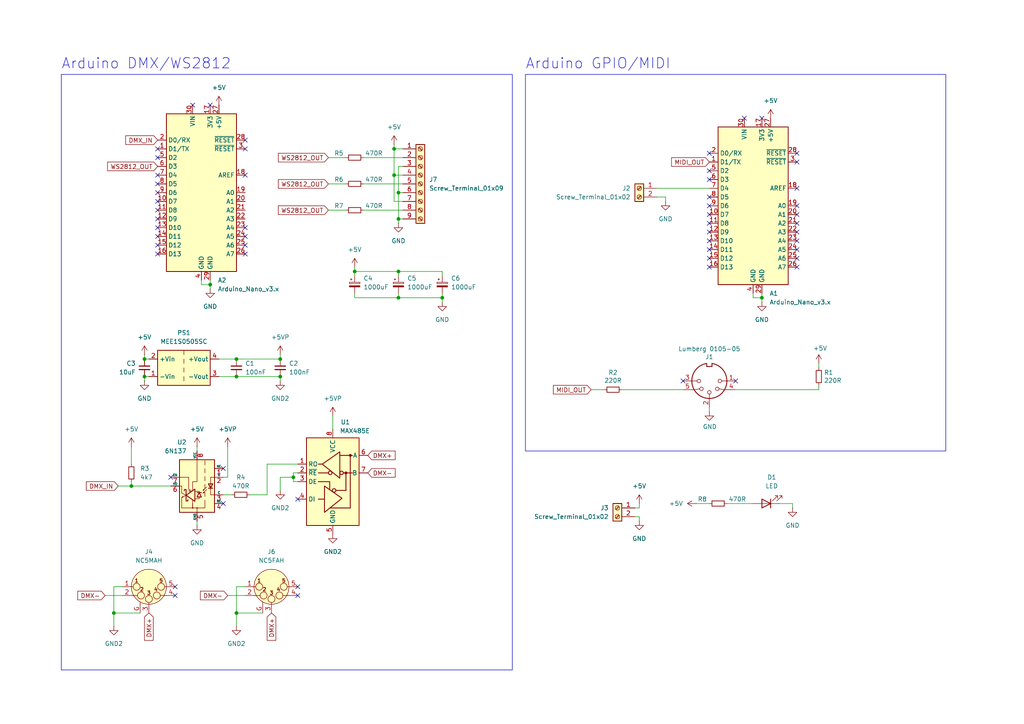
<source format=kicad_sch>
(kicad_sch (version 20231120) (generator "eeschema") (generator_version "8.0")
  (paper "A4")
  (title_block (title "Lawrence Button Two Control Board") (date "2024-07-07") (rev "A1") (company "Max Hunter"))
  (lib_symbols
    (symbol "Connector:DIN-5_180degree" (pin_names (offset 1.016))
      (property "Reference" "J" (at 3.175 5.715 0))
      (property "Value" "DIN-5_180degree" (at 0 -6.35 0))
      (symbol "DIN-5_180degree_0_1"
        (arc (start -5.08 0) (mid -3.8609 -3.3364) (end -0.762 -5.08) (stroke (width 0.254)))
        (circle (center -3.048 0) (radius 0.508))
        (circle (center -2.286 2.286) (radius 0.508))
        (polyline (pts (xy -5.08 0) (xy -3.556 0)))
        (polyline (pts (xy 0 5.08) (xy 0 3.81)))
        (polyline (pts (xy 5.08 0) (xy 3.556 0)))
        (polyline (pts (xy -5.08 2.54) (xy -4.318 2.54) (xy -2.794 2.286)))
        (polyline (pts (xy 5.08 2.54) (xy 4.318 2.54) (xy 2.794 2.286)))
        (polyline (pts (xy -0.762 -4.953) (xy -0.762 -4.191) (xy 0.762 -4.191) (xy 0.762 -4.953)) (stroke (width 0.254)))
        (circle (center 0 3.302) (radius 0.508))
        (arc (start 0.762 -5.08) (mid 3.8685 -3.343) (end 5.08 0) (stroke (width 0.254)))
        (circle (center 2.286 2.286) (radius 0.508))
        (circle (center 3.048 0) (radius 0.508))
        (arc (start 5.08 0) (mid 0 5.0579) (end -5.08 0) (stroke (width 0.254)))
      )
      (symbol "DIN-5_180degree_1_1"
        (pin passive line (at -7.62 0 0) (length 2.54) (name "~") (number "1"))
        (pin passive line (at 0 7.62 270) (length 2.54) (name "~") (number "2"))
        (pin passive line (at 7.62 0 180) (length 2.54) (name "~") (number "3"))
        (pin passive line (at -7.62 2.54 0) (length 2.54) (name "~") (number "4"))
        (pin passive line (at 7.62 2.54 180) (length 2.54) (name "~") (number "5"))
      )
    )
    (symbol "Connector:Screw_Terminal_01x02" (pin_names (offset 1.016) hide)
      (property "Reference" "J" (at 0 2.54 0))
      (property "Value" "Screw_Terminal_01x02" (at 0 -5.08 0))
      (symbol "Screw_Terminal_01x02_1_1"
        (rectangle (start -1.27 1.27) (end 1.27 -3.81) (stroke (width 0.254)) (fill (type background)))
        (circle (center 0 -2.54) (radius 0.635) (stroke (width 0.1524)))
        (polyline (pts (xy -0.5334 -2.2098) (xy 0.3302 -3.048)) (stroke (width 0.1524)))
        (polyline (pts (xy -0.5334 0.3302) (xy 0.3302 -0.508)) (stroke (width 0.1524)))
        (polyline (pts (xy -0.3556 -2.032) (xy 0.508 -2.8702)) (stroke (width 0.1524)))
        (polyline (pts (xy -0.3556 0.508) (xy 0.508 -0.3302)) (stroke (width 0.1524)))
        (circle (center 0 0) (radius 0.635) (stroke (width 0.1524)))
        (pin passive line (at -5.08 0 0) (length 3.81) (name "Pin_1") (number "1"))
        (pin passive line (at -5.08 -2.54 0) (length 3.81) (name "Pin_2") (number "2"))
      )
    )
    (symbol "Connector:Screw_Terminal_01x09" (pin_names (offset 1.016) hide)
      (property "Reference" "J" (at 0 12.7 0))
      (property "Value" "Screw_Terminal_01x09" (at 0 -12.7 0))
      (symbol "Screw_Terminal_01x09_1_1"
        (rectangle (start -1.27 11.43) (end 1.27 -11.43) (stroke (width 0.254)) (fill (type background)))
        (circle (center 0 -10.16) (radius 0.635) (stroke (width 0.1524)))
        (circle (center 0 -7.62) (radius 0.635) (stroke (width 0.1524)))
        (circle (center 0 -5.08) (radius 0.635) (stroke (width 0.1524)))
        (circle (center 0 -2.54) (radius 0.635) (stroke (width 0.1524)))
        (polyline (pts (xy -0.5334 -9.8298) (xy 0.3302 -10.668)) (stroke (width 0.1524)))
        (polyline (pts (xy -0.5334 -7.2898) (xy 0.3302 -8.128)) (stroke (width 0.1524)))
        (polyline (pts (xy -0.5334 -4.7498) (xy 0.3302 -5.588)) (stroke (width 0.1524)))
        (polyline (pts (xy -0.5334 -2.2098) (xy 0.3302 -3.048)) (stroke (width 0.1524)))
        (polyline (pts (xy -0.5334 0.3302) (xy 0.3302 -0.508)) (stroke (width 0.1524)))
        (polyline (pts (xy -0.5334 2.8702) (xy 0.3302 2.032)) (stroke (width 0.1524)))
        (polyline (pts (xy -0.5334 5.4102) (xy 0.3302 4.572)) (stroke (width 0.1524)))
        (polyline (pts (xy -0.5334 7.9502) (xy 0.3302 7.112)) (stroke (width 0.1524)))
        (polyline (pts (xy -0.5334 10.4902) (xy 0.3302 9.652)) (stroke (width 0.1524)))
        (polyline (pts (xy -0.3556 -9.652) (xy 0.508 -10.4902)) (stroke (width 0.1524)))
        (polyline (pts (xy -0.3556 -7.112) (xy 0.508 -7.9502)) (stroke (width 0.1524)))
        (polyline (pts (xy -0.3556 -4.572) (xy 0.508 -5.4102)) (stroke (width 0.1524)))
        (polyline (pts (xy -0.3556 -2.032) (xy 0.508 -2.8702)) (stroke (width 0.1524)))
        (polyline (pts (xy -0.3556 0.508) (xy 0.508 -0.3302)) (stroke (width 0.1524)))
        (polyline (pts (xy -0.3556 3.048) (xy 0.508 2.2098)) (stroke (width 0.1524)))
        (polyline (pts (xy -0.3556 5.588) (xy 0.508 4.7498)) (stroke (width 0.1524)))
        (polyline (pts (xy -0.3556 8.128) (xy 0.508 7.2898)) (stroke (width 0.1524)))
        (polyline (pts (xy -0.3556 10.668) (xy 0.508 9.8298)) (stroke (width 0.1524)))
        (circle (center 0 0) (radius 0.635) (stroke (width 0.1524)))
        (circle (center 0 2.54) (radius 0.635) (stroke (width 0.1524)))
        (circle (center 0 5.08) (radius 0.635) (stroke (width 0.1524)))
        (circle (center 0 7.62) (radius 0.635) (stroke (width 0.1524)))
        (circle (center 0 10.16) (radius 0.635) (stroke (width 0.1524)))
        (pin passive line (at -5.08 10.16 0) (length 3.81) (name "Pin_1") (number "1"))
        (pin passive line (at -5.08 7.62 0) (length 3.81) (name "Pin_2") (number "2"))
        (pin passive line (at -5.08 5.08 0) (length 3.81) (name "Pin_3") (number "3"))
        (pin passive line (at -5.08 2.54 0) (length 3.81) (name "Pin_4") (number "4"))
        (pin passive line (at -5.08 0 0) (length 3.81) (name "Pin_5") (number "5"))
        (pin passive line (at -5.08 -2.54 0) (length 3.81) (name "Pin_6") (number "6"))
        (pin passive line (at -5.08 -5.08 0) (length 3.81) (name "Pin_7") (number "7"))
        (pin passive line (at -5.08 -7.62 0) (length 3.81) (name "Pin_8") (number "8"))
        (pin passive line (at -5.08 -10.16 0) (length 3.81) (name "Pin_9") (number "9"))
      )
    )
    (symbol "Connector_Audio:NC5FAH" (pin_names hide)
      (property "Reference" "J" (at 0 8.89 0))
      (property "Value" "NC5FAH" (at 0 6.35 0))
      (symbol "NC5FAH_0_1"
        (circle (center -3.556 0) (radius 1.016))
        (circle (center -2.286 -2.54) (radius 1.016))
        (circle (center 0 -3.556) (radius 1.016))
        (polyline (pts (xy -5.08 -2.54) (xy -4.445 -2.54)))
        (polyline (pts (xy -5.08 0) (xy -4.572 0)))
        (polyline (pts (xy -4.572 -2.54) (xy -3.302 -2.54)))
        (polyline (pts (xy -2.54 -5.08) (xy -2.54 -4.445)))
        (polyline (pts (xy 0 -5.08) (xy 0 -4.572)))
        (polyline (pts (xy 4.572 -2.54) (xy 3.302 -2.54)))
        (polyline (pts (xy 5.08 -2.54) (xy 4.445 -2.54)))
        (polyline (pts (xy 5.08 0) (xy 4.572 0)))
        (circle (center 0 0) (radius 5.08) (fill (type background)))
        (circle (center 2.286 -2.54) (radius 1.016))
        (circle (center 3.556 0) (radius 1.016))
        (text "1" (at -3.556 1.778 0) (effects (font (size 1.016 1.016) (bold yes))))
        (text "2" (at -2.032 -0.762 0) (effects (font (size 1.016 1.016) (bold yes))))
        (text "3" (at 0 -1.778 0) (effects (font (size 1.016 1.016) (bold yes))))
        (text "4" (at 2.032 -0.762 0) (effects (font (size 1.016 1.016) (bold yes))))
        (text "5" (at 3.556 1.778 0) (effects (font (size 1.016 1.016) (bold yes))))
      )
      (symbol "NC5FAH_1_1"
        (pin passive line (at -7.62 0 0) (length 2.54) (name "P1") (number "1"))
        (pin passive line (at -7.62 -2.54 0) (length 2.54) (name "P2") (number "2"))
        (pin passive line (at 0 -7.62 90) (length 2.54) (name "P3") (number "3"))
        (pin passive line (at 7.62 -2.54 180) (length 2.54) (name "P3") (number "4"))
        (pin passive line (at 7.62 0 180) (length 2.54) (name "P5") (number "5"))
        (pin passive line (at -2.54 -7.62 90) (length 2.54) (name "~") (number "G"))
      )
    )
    (symbol "Connector_Audio:NC5MAH" (pin_names hide)
      (property "Reference" "J" (at 0 8.89 0))
      (property "Value" "NC5MAH" (at 0 6.35 0))
      (symbol "NC5MAH_0_1"
        (circle (center -3.556 0) (radius 1.016))
        (circle (center -2.286 -2.54) (radius 1.016))
        (circle (center 0 -3.556) (radius 1.016))
        (polyline (pts (xy -5.08 -2.54) (xy -4.445 -2.54)))
        (polyline (pts (xy -5.08 0) (xy -4.572 0)))
        (polyline (pts (xy -4.572 -2.54) (xy -3.302 -2.54)))
        (polyline (pts (xy -2.54 -5.08) (xy -2.54 -4.445)))
        (polyline (pts (xy 0 -5.08) (xy 0 -4.572)))
        (polyline (pts (xy 4.572 -2.54) (xy 3.302 -2.54)))
        (polyline (pts (xy 5.08 -2.54) (xy 4.445 -2.54)))
        (polyline (pts (xy 5.08 0) (xy 4.572 0)))
        (circle (center 0 0) (radius 5.08) (fill (type background)))
        (circle (center 2.286 -2.54) (radius 1.016))
        (circle (center 3.556 0) (radius 1.016))
        (text "1" (at -3.556 1.778 0) (effects (font (size 1.016 1.016) (bold yes))))
        (text "2" (at -2.032 -0.762 0) (effects (font (size 1.016 1.016) (bold yes))))
        (text "3" (at 0 -1.778 0) (effects (font (size 1.016 1.016) (bold yes))))
        (text "4" (at 2.032 -0.762 0) (effects (font (size 1.016 1.016) (bold yes))))
        (text "5" (at 3.556 1.778 0) (effects (font (size 1.016 1.016) (bold yes))))
      )
      (symbol "NC5MAH_1_1"
        (pin passive line (at -7.62 0 0) (length 2.54) (name "P1") (number "1"))
        (pin passive line (at -7.62 -2.54 0) (length 2.54) (name "P2") (number "2"))
        (pin passive line (at 0 -7.62 90) (length 2.54) (name "P3") (number "3"))
        (pin passive line (at 7.62 -2.54 180) (length 2.54) (name "P3") (number "4"))
        (pin passive line (at 7.62 0 180) (length 2.54) (name "P5") (number "5"))
        (pin passive line (at -2.54 -7.62 90) (length 2.54) (name "~") (number "G"))
      )
    )
    (symbol "Converter_DCDC:MEE1S0505SC"
      (property "Reference" "PS" (at -7.62 6.35 0))
      (property "Value" "MEE1S0505SC" (at 1.27 6.35 0))
      (symbol "MEE1S0505SC_0_0"
        (pin power_in line (at -10.16 -2.54 0) (length 2.54) (name "-Vin") (number "1"))
        (pin power_in line (at -10.16 2.54 0) (length 2.54) (name "+Vin") (number "2"))
        (pin power_out line (at 10.16 -2.54 180) (length 2.54) (name "-Vout") (number "3"))
        (pin power_out line (at 10.16 2.54 180) (length 2.54) (name "+Vout") (number "4"))
      )
      (symbol "MEE1S0505SC_0_1"
        (rectangle (start -7.62 5.08) (end 7.62 -5.08) (stroke (width 0.254)) (fill (type background)))
        (polyline (pts (xy 0 -2.54) (xy 0 -3.81)))
        (polyline (pts (xy 0 0) (xy 0 -1.27)))
        (polyline (pts (xy 0 2.54) (xy 0 1.27)))
        (polyline (pts (xy 0 5.08) (xy 0 3.81)))
      )
    )
    (symbol "Device:C_Polarized_Small" (pin_numbers hide) (pin_names (offset 0.254) hide)
      (property "Reference" "C" (at 0.254 1.778 0))
      (property "Value" "C_Polarized_Small" (at 0.254 -2.032 0))
      (symbol "C_Polarized_Small_0_1"
        (rectangle (start -1.524 -0.3048) (end 1.524 -0.6858) (fill (type outline)))
        (rectangle (start -1.524 0.6858) (end 1.524 0.3048))
        (polyline (pts (xy -1.27 1.524) (xy -0.762 1.524)))
        (polyline (pts (xy -1.016 1.27) (xy -1.016 1.778)))
      )
      (symbol "C_Polarized_Small_1_1"
        (pin passive line (at 0 2.54 270) (length 1.8542) (name "~") (number "1"))
        (pin passive line (at 0 -2.54 90) (length 1.8542) (name "~") (number "2"))
      )
    )
    (symbol "Device:C_Small" (pin_numbers hide) (pin_names (offset 0.254) hide)
      (property "Reference" "C" (at 0.254 1.778 0))
      (property "Value" "C_Small" (at 0.254 -2.032 0))
      (symbol "C_Small_0_1"
        (polyline (pts (xy -1.524 -0.508) (xy 1.524 -0.508)) (stroke (width 0.3302)))
        (polyline (pts (xy -1.524 0.508) (xy 1.524 0.508)) (stroke (width 0.3048)))
      )
      (symbol "C_Small_1_1"
        (pin passive line (at 0 2.54 270) (length 2.032) (name "~") (number "1"))
        (pin passive line (at 0 -2.54 90) (length 2.032) (name "~") (number "2"))
      )
    )
    (symbol "Device:LED" (pin_numbers hide) (pin_names (offset 1.016) hide)
      (property "Reference" "D" (at 0 2.54 0))
      (property "Value" "LED" (at 0 -2.54 0))
      (symbol "LED_0_1"
        (polyline (pts (xy -1.27 -1.27) (xy -1.27 1.27)) (stroke (width 0.254)))
        (polyline (pts (xy -1.27 0) (xy 1.27 0)))
        (polyline (pts (xy 1.27 -1.27) (xy 1.27 1.27) (xy -1.27 0) (xy 1.27 -1.27)) (stroke (width 0.254)))
        (polyline (pts (xy -3.048 -0.762) (xy -4.572 -2.286) (xy -3.81 -2.286) (xy -4.572 -2.286) (xy -4.572 -1.524)))
        (polyline (pts (xy -1.778 -0.762) (xy -3.302 -2.286) (xy -2.54 -2.286) (xy -3.302 -2.286) (xy -3.302 -1.524)))
      )
      (symbol "LED_1_1"
        (pin passive line (at -3.81 0 0) (length 2.54) (name "K") (number "1"))
        (pin passive line (at 3.81 0 180) (length 2.54) (name "A") (number "2"))
      )
    )
    (symbol "Device:R_Small" (pin_numbers hide) (pin_names (offset 0.254) hide)
      (property "Reference" "R" (at 0.762 0.508 0))
      (property "Value" "R_Small" (at 0.762 -1.016 0))
      (symbol "R_Small_0_1"
        (rectangle (start -0.762 1.778) (end 0.762 -1.778) (stroke (width 0.2032)))
      )
      (symbol "R_Small_1_1"
        (pin passive line (at 0 2.54 270) (length 0.762) (name "~") (number "1"))
        (pin passive line (at 0 -2.54 90) (length 0.762) (name "~") (number "2"))
      )
    )
    (symbol "Interface_UART:MAX485E"
      (property "Reference" "U" (at -6.985 13.97 0))
      (property "Value" "MAX485E" (at 1.905 13.97 0))
      (symbol "MAX485E_0_1"
        (rectangle (start -7.62 12.7) (end 7.62 -12.7) (stroke (width 0.254)) (fill (type background)))
        (polyline (pts (xy -4.191 2.54) (xy -1.27 2.54)) (stroke (width 0.254)))
        (polyline (pts (xy -2.54 -5.08) (xy -4.191 -5.08)) (stroke (width 0.254)))
        (polyline (pts (xy -0.635 -7.62) (xy 5.08 -7.62)) (stroke (width 0.254)))
        (polyline (pts (xy 0.889 -2.54) (xy 3.81 -2.54)) (stroke (width 0.254)))
        (polyline (pts (xy 2.032 7.62) (xy 5.715 7.62)) (stroke (width 0.254)))
        (polyline (pts (xy 3.048 2.54) (xy 5.715 2.54)) (stroke (width 0.254)))
        (polyline (pts (xy 3.81 -2.54) (xy 3.81 2.54)) (stroke (width 0.254)))
        (polyline (pts (xy 5.08 -7.62) (xy 5.08 7.62)) (stroke (width 0.254)))
        (polyline (pts (xy -4.191 0) (xy -0.889 0) (xy -0.889 -2.286)) (stroke (width 0.254)))
        (polyline (pts (xy -3.175 5.08) (xy -4.191 5.08) (xy -4.064 5.08)) (stroke (width 0.254)))
        (polyline (pts (xy -2.413 -5.08) (xy -2.413 -1.27) (xy 2.667 -4.826) (xy -2.413 -8.89) (xy -2.413 -5.08)) (stroke (width 0.254)))
        (circle (center 0.381 -2.54) (radius 0.508) (stroke (width 0.254)))
        (circle (center 3.81 2.54) (radius 0.2794) (stroke (width 0.254)) (fill (type outline)))
      )
      (symbol "MAX485E_1_1"
        (circle (center -0.762 2.54) (radius 0.508) (stroke (width 0.254)))
        (polyline (pts (xy 2.032 4.826) (xy 2.032 8.636) (xy -3.048 5.08) (xy 2.032 1.016) (xy 2.032 4.826)) (stroke (width 0.254)))
        (circle (center 2.54 2.54) (radius 0.508) (stroke (width 0.254)))
        (circle (center 5.08 7.62) (radius 0.2794) (stroke (width 0.254)) (fill (type outline)))
        (pin output line (at -10.16 5.08 0) (length 2.54) (name "RO") (number "1"))
        (pin input line (at -10.16 2.54 0) (length 2.54) (name "~{RE}") (number "2"))
        (pin input line (at -10.16 0 0) (length 2.54) (name "DE") (number "3"))
        (pin input line (at -10.16 -5.08 0) (length 2.54) (name "DI") (number "4"))
        (pin power_in line (at 0 -15.24 90) (length 2.54) (name "GND") (number "5"))
        (pin bidirectional line (at 10.16 7.62 180) (length 2.54) (name "A") (number "6"))
        (pin bidirectional line (at 10.16 2.54 180) (length 2.54) (name "B") (number "7"))
        (pin power_in line (at 0 15.24 270) (length 2.54) (name "VCC") (number "8"))
      )
    )
    (symbol "Isolator:6N137" (pin_names (offset 0))
      (property "Reference" "U" (at -4.064 8.89 0))
      (property "Value" "6N137" (at 0 -8.89 0))
      (symbol "6N137_0_1"
        (polyline (pts (xy 0 -6.35) (xy -2.286 -6.35) (xy -2.286 -4.064)))
        (polyline (pts (xy -5.08 -2.54) (xy -3.937 -2.54) (xy -3.937 2.54) (xy -5.08 2.54)))
        (polyline (pts (xy 1.27 -5.08) (xy 1.27 -6.35) (xy 0 -6.35) (xy 0 -7.62)))
        (polyline (pts (xy 3.175 -2.667) (xy 0.635 -4.445) (xy 0.635 -0.889) (xy 3.175 -2.667)) (stroke (width 0.254)))
        (polyline (pts (xy -2.794 -1.016) (xy -1.717 -2.093) (xy -2.076 -1.914) (xy -1.896 -1.734) (xy -1.717 -2.093)))
        (polyline (pts (xy -2.794 -0.254) (xy -1.717 -1.331) (xy -2.076 -1.152) (xy -1.896 -0.972) (xy -1.717 -1.331)))
      )
      (symbol "6N137_1_1"
        (rectangle (start -5.08 7.62) (end 5.08 -7.62) (stroke (width 0.254)) (fill (type background)))
        (circle (center 0 -6.35) (radius 0.127) (fill (type outline)))
        (polyline (pts (xy -4.572 -0.635) (xy -3.302 -0.635)) (stroke (width 0.254)))
        (polyline (pts (xy -2.286 -1.778) (xy -2.286 -3.048)))
        (polyline (pts (xy -2.286 0.508) (xy -2.286 -0.762)))
        (polyline (pts (xy -2.286 2.794) (xy -2.286 1.524)))
        (polyline (pts (xy -2.286 5.08) (xy -2.286 3.81)))
        (polyline (pts (xy -2.286 7.366) (xy -2.286 6.096)))
        (polyline (pts (xy -1.27 -1.905) (xy 0 -1.905)) (stroke (width 0.254)))
        (polyline (pts (xy -0.635 -3.302) (xy -0.635 -3.683) (xy 0.635 -3.683)))
        (polyline (pts (xy -0.635 -1.905) (xy -0.635 -1.524) (xy 0.508 -1.524)))
        (polyline (pts (xy 1.27 -4.064) (xy 1.27 -6.35) (xy 4.445 -6.35)))
        (polyline (pts (xy 3.175 -2.667) (xy 4.445 -3.302) (xy 4.445 -6.35)))
        (polyline (pts (xy -3.937 -0.635) (xy -4.572 0.635) (xy -3.302 0.635) (xy -3.937 -0.635)) (stroke (width 0.254)))
        (polyline (pts (xy -0.635 -1.905) (xy -1.27 -3.175) (xy 0 -3.175) (xy -0.635 -1.905)) (stroke (width 0.254)))
        (polyline (pts (xy 1.27 -1.27) (xy 1.27 1.27) (xy 0 1.27) (xy 0 7.62)))
        (polyline (pts (xy 2.1844 -1.1684) (xy 2.413 -0.889) (xy 2.413 2.54) (xy 5.08 2.54)))
        (polyline (pts (xy 3.175 -2.667) (xy 3.175 -4.318) (xy 2.667 -4.318) (xy 2.667 -3.937)) (stroke (width 0.254)))
        (polyline (pts (xy 3.175 -2.667) (xy 3.175 -1.016) (xy 3.683 -1.016) (xy 3.683 -1.397)) (stroke (width 0.254)))
        (polyline (pts (xy 3.175 -2.667) (xy 4.445 -2.032) (xy 4.445 0) (xy 5.08 0)))
        (polyline (pts (xy 4.445 -3.302) (xy 4.161 -3.018) (xy 4.047 -3.246) (xy 4.445 -3.302)) (stroke (width 0.127)) (fill (type outline)))
        (circle (center 1.27 -6.35) (radius 0.127) (fill (type outline)))
        (circle (center 2.032 -1.397) (radius 0.254))
        (pin passive line (at -7.62 5.08 0) (length 2.54) (name "NC") (number "1"))
        (pin passive line (at -7.62 2.54 0) (length 2.54) (name "A") (number "2"))
        (pin passive line (at -7.62 -2.54 0) (length 2.54) (name "C") (number "3"))
        (pin passive line (at -7.62 -5.08 0) (length 2.54) (name "NC") (number "4"))
        (pin power_in line (at 0 -10.16 90) (length 2.54) (name "GND") (number "5"))
        (pin open_collector line (at 7.62 0 180) (length 2.54) (name "VO") (number "6"))
        (pin input line (at 7.62 2.54 180) (length 2.54) (name "EN") (number "7"))
        (pin power_in line (at 0 10.16 270) (length 2.54) (name "VCC") (number "8"))
      )
    )
    (symbol "MCU_Module:Arduino_Nano_v3.x"
      (property "Reference" "A" (at -10.16 23.495 0))
      (property "Value" "Arduino_Nano_v3.x" (at 5.08 -24.13 0))
      (symbol "Arduino_Nano_v3.x_0_1"
        (rectangle (start -10.16 22.86) (end 10.16 -22.86) (stroke (width 0.254)) (fill (type background)))
      )
      (symbol "Arduino_Nano_v3.x_1_1"
        (pin bidirectional line (at -12.7 12.7 0) (length 2.54) (name "D1/TX") (number "1"))
        (pin bidirectional line (at -12.7 -2.54 0) (length 2.54) (name "D7") (number "10"))
        (pin bidirectional line (at -12.7 -5.08 0) (length 2.54) (name "D8") (number "11"))
        (pin bidirectional line (at -12.7 -7.62 0) (length 2.54) (name "D9") (number "12"))
        (pin bidirectional line (at -12.7 -10.16 0) (length 2.54) (name "D10") (number "13"))
        (pin bidirectional line (at -12.7 -12.7 0) (length 2.54) (name "D11") (number "14"))
        (pin bidirectional line (at -12.7 -15.24 0) (length 2.54) (name "D12") (number "15"))
        (pin bidirectional line (at -12.7 -17.78 0) (length 2.54) (name "D13") (number "16"))
        (pin power_out line (at 2.54 25.4 270) (length 2.54) (name "3V3") (number "17"))
        (pin input line (at 12.7 5.08 180) (length 2.54) (name "AREF") (number "18"))
        (pin bidirectional line (at 12.7 0 180) (length 2.54) (name "A0") (number "19"))
        (pin bidirectional line (at -12.7 15.24 0) (length 2.54) (name "D0/RX") (number "2"))
        (pin bidirectional line (at 12.7 -2.54 180) (length 2.54) (name "A1") (number "20"))
        (pin bidirectional line (at 12.7 -5.08 180) (length 2.54) (name "A2") (number "21"))
        (pin bidirectional line (at 12.7 -7.62 180) (length 2.54) (name "A3") (number "22"))
        (pin bidirectional line (at 12.7 -10.16 180) (length 2.54) (name "A4") (number "23"))
        (pin bidirectional line (at 12.7 -12.7 180) (length 2.54) (name "A5") (number "24"))
        (pin bidirectional line (at 12.7 -15.24 180) (length 2.54) (name "A6") (number "25"))
        (pin bidirectional line (at 12.7 -17.78 180) (length 2.54) (name "A7") (number "26"))
        (pin power_out line (at 5.08 25.4 270) (length 2.54) (name "+5V") (number "27"))
        (pin input line (at 12.7 15.24 180) (length 2.54) (name "~{RESET}") (number "28"))
        (pin power_in line (at 2.54 -25.4 90) (length 2.54) (name "GND") (number "29"))
        (pin input line (at 12.7 12.7 180) (length 2.54) (name "~{RESET}") (number "3"))
        (pin power_in line (at -2.54 25.4 270) (length 2.54) (name "VIN") (number "30"))
        (pin power_in line (at 0 -25.4 90) (length 2.54) (name "GND") (number "4"))
        (pin bidirectional line (at -12.7 10.16 0) (length 2.54) (name "D2") (number "5"))
        (pin bidirectional line (at -12.7 7.62 0) (length 2.54) (name "D3") (number "6"))
        (pin bidirectional line (at -12.7 5.08 0) (length 2.54) (name "D4") (number "7"))
        (pin bidirectional line (at -12.7 2.54 0) (length 2.54) (name "D5") (number "8"))
        (pin bidirectional line (at -12.7 0 0) (length 2.54) (name "D6") (number "9"))
      )
    )
    (symbol "power:+5V" (power) (pin_numbers hide) (pin_names (offset 0) hide)
      (property "Value" "+5V" (at 0 3.556 0))
      (symbol "+5V_0_1"
        (polyline (pts (xy -0.762 1.27) (xy 0 2.54)))
        (polyline (pts (xy 0 0) (xy 0 2.54)))
        (polyline (pts (xy 0 2.54) (xy 0.762 1.27)))
      )
      (symbol "+5V_1_1"
        (pin power_in line (at 0 0 90) (length 0) (name "~") (number "1"))
      )
    )
    (symbol "power:+5VP" (power) (pin_numbers hide) (pin_names (offset 0) hide)
      (property "Value" "+5VP" (at 0 3.556 0))
      (symbol "+5VP_0_1"
        (polyline (pts (xy -0.762 1.27) (xy 0 2.54)))
        (polyline (pts (xy 0 0) (xy 0 2.54)))
        (polyline (pts (xy 0 2.54) (xy 0.762 1.27)))
      )
      (symbol "+5VP_1_1"
        (pin power_in line (at 0 0 90) (length 0) (name "~") (number "1"))
      )
    )
    (symbol "power:GND" (power) (pin_numbers hide) (pin_names (offset 0) hide)
      (property "Value" "GND" (at 0 -3.81 0))
      (symbol "GND_0_1"
        (polyline (pts (xy 0 0) (xy 0 -1.27) (xy 1.27 -1.27) (xy 0 -2.54) (xy -1.27 -1.27) (xy 0 -1.27)))
      )
      (symbol "GND_1_1"
        (pin power_in line (at 0 0 270) (length 0) (name "~") (number "1"))
      )
    )
    (symbol "power:GND2" (power) (pin_numbers hide) (pin_names (offset 0) hide)
      (property "Value" "GND2" (at 0 -3.81 0))
      (symbol "GND2_0_1"
        (polyline (pts (xy 0 0) (xy 0 -1.27) (xy 1.27 -1.27) (xy 0 -2.54) (xy -1.27 -1.27) (xy 0 -1.27)))
      )
      (symbol "GND2_1_1"
        (pin power_in line (at 0 0 270) (length 0) (name "~") (number "1"))
      )
    )
  )
  (junction (at 41.91 104.14))
  (junction (at 68.58 104.14))
  (junction (at 102.87 78.74))
  (junction (at 33.02 177.8))
  (junction (at 81.28 104.14))
  (junction (at 68.58 109.22))
  (junction (at 114.3 43.18))
  (junction (at 81.28 109.22))
  (junction (at 128.27 86.36))
  (junction (at 68.58 177.8))
  (junction (at 220.98 86.36))
  (junction (at 115.57 86.36))
  (junction (at 114.3 50.8))
  (junction (at 38.1 140.97))
  (junction (at 41.91 109.22))
  (junction (at 60.96 82.55))
  (junction (at 115.57 63.5))
  (junction (at 115.57 55.88))
  (junction (at 115.57 78.74))
  (junction (at 85.09 138.43))
  (no_connect (at 45.72 66.04))
  (no_connect (at 71.12 73.66))
  (no_connect (at 45.72 55.88))
  (no_connect (at 205.74 62.23))
  (no_connect (at 71.12 68.58))
  (no_connect (at 198.12 110.49))
  (no_connect (at 49.53 138.43))
  (no_connect (at 71.12 40.64))
  (no_connect (at 64.77 146.05))
  (no_connect (at 205.74 64.77))
  (no_connect (at 45.72 53.34))
  (no_connect (at 231.14 67.31))
  (no_connect (at 71.12 50.8))
  (no_connect (at 205.74 72.39))
  (no_connect (at 45.72 43.18))
  (no_connect (at 205.74 52.07))
  (no_connect (at 86.36 172.72))
  (no_connect (at 45.72 50.8))
  (no_connect (at 45.72 73.66))
  (no_connect (at 205.74 44.45))
  (no_connect (at 86.36 170.18))
  (no_connect (at 45.72 45.72))
  (no_connect (at 205.74 67.31))
  (no_connect (at 50.8 170.18))
  (no_connect (at 45.72 60.96))
  (no_connect (at 231.14 69.85))
  (no_connect (at 231.14 74.93))
  (no_connect (at 45.72 58.42))
  (no_connect (at 205.74 69.85))
  (no_connect (at 231.14 44.45))
  (no_connect (at 71.12 43.18))
  (no_connect (at 215.9 34.29))
  (no_connect (at 231.14 77.47))
  (no_connect (at 213.36 110.49))
  (no_connect (at 231.14 72.39))
  (no_connect (at 231.14 62.23))
  (no_connect (at 45.72 68.58))
  (no_connect (at 50.8 172.72))
  (no_connect (at 64.77 135.89))
  (no_connect (at 231.14 54.61))
  (no_connect (at 86.36 144.78))
  (no_connect (at 71.12 71.12))
  (no_connect (at 55.88 30.48))
  (no_connect (at 231.14 46.99))
  (no_connect (at 231.14 59.69))
  (no_connect (at 205.74 74.93))
  (no_connect (at 231.14 64.77))
  (no_connect (at 45.72 71.12))
  (no_connect (at 71.12 66.04))
  (no_connect (at 45.72 63.5))
  (no_connect (at 205.74 49.53))
  (no_connect (at 60.96 30.48))
  (no_connect (at 205.74 59.69))
  (no_connect (at 205.74 77.47))
  (no_connect (at 220.98 34.29))
  (no_connect (at 205.74 57.15))
  (wire (pts (xy 72.39 143.51) (xy 77.47 143.51)))
  (wire (pts (xy 95.25 60.96) (xy 100.33 60.96)))
  (wire (pts (xy 81.28 138.43) (xy 85.09 138.43)))
  (wire (pts (xy 205.74 118.11) (xy 205.74 119.38)))
  (wire (pts (xy 85.09 138.43) (xy 85.09 139.7)))
  (wire (pts (xy 213.36 113.03) (xy 237.49 113.03)))
  (wire (pts (xy 128.27 86.36) (xy 128.27 87.63)))
  (wire (pts (xy 57.15 151.13) (xy 57.15 152.4)))
  (wire (pts (xy 60.96 81.28) (xy 60.96 82.55)))
  (wire (pts (xy 30.48 172.72) (xy 35.56 172.72)))
  (wire (pts (xy 114.3 50.8) (xy 114.3 58.42)))
  (wire (pts (xy 115.57 86.36) (xy 128.27 86.36)))
  (wire (pts (xy 237.49 113.03) (xy 237.49 111.76)))
  (wire (pts (xy 81.28 104.14) (xy 81.28 102.87)))
  (wire (pts (xy 35.56 170.18) (xy 33.02 170.18)))
  (wire (pts (xy 201.93 146.05) (xy 205.74 146.05)))
  (wire (pts (xy 81.28 104.14) (xy 68.58 104.14)))
  (wire (pts (xy 38.1 140.97) (xy 49.53 140.97)))
  (wire (pts (xy 115.57 48.26) (xy 115.57 55.88)))
  (wire (pts (xy 220.98 86.36) (xy 218.44 86.36)))
  (wire (pts (xy 115.57 78.74) (xy 115.57 80.01)))
  (wire (pts (xy 81.28 110.49) (xy 81.28 109.22)))
  (wire (pts (xy 220.98 85.09) (xy 220.98 86.36)))
  (wire (pts (xy 116.84 50.8) (xy 114.3 50.8)))
  (wire (pts (xy 115.57 78.74) (xy 128.27 78.74)))
  (wire (pts (xy 102.87 78.74) (xy 102.87 80.01)))
  (wire (pts (xy 105.41 45.72) (xy 116.84 45.72)))
  (wire (pts (xy 105.41 53.34) (xy 116.84 53.34)))
  (wire (pts (xy 33.02 177.8) (xy 40.64 177.8)))
  (wire (pts (xy 63.5 104.14) (xy 68.58 104.14)))
  (wire (pts (xy 102.87 78.74) (xy 115.57 78.74)))
  (wire (pts (xy 171.45 113.03) (xy 175.26 113.03)))
  (wire (pts (xy 96.52 120.65) (xy 96.52 124.46)))
  (wire (pts (xy 64.77 138.43) (xy 66.04 138.43)))
  (wire (pts (xy 66.04 129.54) (xy 66.04 138.43)))
  (wire (pts (xy 43.18 104.14) (xy 41.91 104.14)))
  (wire (pts (xy 115.57 86.36) (xy 115.57 85.09)))
  (wire (pts (xy 116.84 43.18) (xy 114.3 43.18)))
  (wire (pts (xy 115.57 63.5) (xy 115.57 64.77)))
  (wire (pts (xy 95.25 45.72) (xy 100.33 45.72)))
  (wire (pts (xy 102.87 86.36) (xy 115.57 86.36)))
  (wire (pts (xy 95.25 53.34) (xy 100.33 53.34)))
  (wire (pts (xy 68.58 170.18) (xy 68.58 177.8)))
  (wire (pts (xy 58.42 82.55) (xy 58.42 81.28)))
  (wire (pts (xy 184.15 149.86) (xy 185.42 149.86)))
  (wire (pts (xy 66.04 172.72) (xy 71.12 172.72)))
  (wire (pts (xy 34.29 140.97) (xy 38.1 140.97)))
  (wire (pts (xy 102.87 77.47) (xy 102.87 78.74)))
  (wire (pts (xy 102.87 86.36) (xy 102.87 85.09)))
  (wire (pts (xy 190.5 54.61) (xy 205.74 54.61)))
  (wire (pts (xy 226.06 146.05) (xy 229.87 146.05)))
  (wire (pts (xy 64.77 143.51) (xy 67.31 143.51)))
  (wire (pts (xy 43.18 109.22) (xy 41.91 109.22)))
  (wire (pts (xy 115.57 55.88) (xy 115.57 63.5)))
  (wire (pts (xy 114.3 43.18) (xy 114.3 41.91)))
  (wire (pts (xy 85.09 139.7) (xy 86.36 139.7)))
  (wire (pts (xy 237.49 105.41) (xy 237.49 106.68)))
  (wire (pts (xy 38.1 139.7) (xy 38.1 140.97)))
  (wire (pts (xy 185.42 147.32) (xy 185.42 146.05)))
  (wire (pts (xy 116.84 55.88) (xy 115.57 55.88)))
  (wire (pts (xy 218.44 86.36) (xy 218.44 85.09)))
  (wire (pts (xy 193.04 57.15) (xy 193.04 58.42)))
  (wire (pts (xy 33.02 170.18) (xy 33.02 177.8)))
  (wire (pts (xy 128.27 86.36) (xy 128.27 85.09)))
  (wire (pts (xy 68.58 177.8) (xy 76.2 177.8)))
  (wire (pts (xy 68.58 170.18) (xy 71.12 170.18)))
  (wire (pts (xy 77.47 134.62) (xy 86.36 134.62)))
  (wire (pts (xy 105.41 60.96) (xy 116.84 60.96)))
  (wire (pts (xy 60.96 82.55) (xy 60.96 83.82)))
  (wire (pts (xy 116.84 63.5) (xy 115.57 63.5)))
  (wire (pts (xy 116.84 58.42) (xy 114.3 58.42)))
  (wire (pts (xy 128.27 78.74) (xy 128.27 80.01)))
  (wire (pts (xy 86.36 137.16) (xy 85.09 137.16)))
  (wire (pts (xy 81.28 142.24) (xy 81.28 138.43)))
  (wire (pts (xy 33.02 177.8) (xy 33.02 181.61)))
  (wire (pts (xy 114.3 50.8) (xy 114.3 43.18)))
  (wire (pts (xy 116.84 48.26) (xy 115.57 48.26)))
  (wire (pts (xy 185.42 149.86) (xy 185.42 151.13)))
  (wire (pts (xy 190.5 57.15) (xy 193.04 57.15)))
  (wire (pts (xy 63.5 109.22) (xy 68.58 109.22)))
  (wire (pts (xy 220.98 86.36) (xy 220.98 87.63)))
  (wire (pts (xy 180.34 113.03) (xy 198.12 113.03)))
  (wire (pts (xy 68.58 177.8) (xy 68.58 181.61)))
  (wire (pts (xy 57.15 130.81) (xy 57.15 129.54)))
  (wire (pts (xy 41.91 104.14) (xy 41.91 102.87)))
  (wire (pts (xy 184.15 147.32) (xy 185.42 147.32)))
  (wire (pts (xy 229.87 146.05) (xy 229.87 147.32)))
  (wire (pts (xy 81.28 109.22) (xy 68.58 109.22)))
  (wire (pts (xy 85.09 137.16) (xy 85.09 138.43)))
  (wire (pts (xy 210.82 146.05) (xy 218.44 146.05)))
  (wire (pts (xy 38.1 129.54) (xy 38.1 134.62)))
  (wire (pts (xy 77.47 143.51) (xy 77.47 134.62)))
  (wire (pts (xy 60.96 82.55) (xy 58.42 82.55)))
  (wire (pts (xy 41.91 109.22) (xy 41.91 110.49)))
  (rectangle (start 152.4 21.59) (end 274.32 130.81))
  (rectangle (start 17.78 21.59) (end 148.59 194.31))
  (text "Arduino GPIO/MIDI" (at 152.4 20.32 0) (effects (font (size 2.9972 2.9972)) (justify left bottom)))
  (text "Arduino DMX/WS2812" (at 17.78 20.32 0) (effects (font (size 2.9972 2.9972)) (justify left bottom)))
  (global_label "WS2812_OUT" (shape input) (at 95.25 45.72 180) (property "Intersheetrefs" "${INTERSHEET_REFS}" (effects (hide yes))))
  (global_label "DMX-" (shape input) (at 106.68 137.16 0) (property "Intersheetrefs" "${INTERSHEET_REFS}" (effects (hide yes))))
  (global_label "DMX_IN" (shape input) (at 45.72 40.64 180) (property "Intersheetrefs" "${INTERSHEET_REFS}" (effects (hide yes))))
  (global_label "DMX-" (shape input) (at 66.04 172.72 180) (property "Intersheetrefs" "${INTERSHEET_REFS}" (effects (hide yes))))
  (global_label "MIDI_OUT" (shape input) (at 171.45 113.03 180) (property "Intersheetrefs" "${INTERSHEET_REFS}" (effects (hide yes))))
  (global_label "DMX+" (shape input) (at 78.74 177.8 270) (property "Intersheetrefs" "${INTERSHEET_REFS}" (effects (hide yes))))
  (global_label "WS2812_OUT" (shape input) (at 45.72 48.26 180) (property "Intersheetrefs" "${INTERSHEET_REFS}" (effects (hide yes))))
  (global_label "WS2812_OUT" (shape input) (at 95.25 53.34 180) (property "Intersheetrefs" "${INTERSHEET_REFS}" (effects (hide yes))))
  (global_label "DMX+" (shape input) (at 106.68 132.08 0) (property "Intersheetrefs" "${INTERSHEET_REFS}" (effects (hide yes))))
  (global_label "WS2812_OUT" (shape input) (at 95.25 60.96 180) (property "Intersheetrefs" "${INTERSHEET_REFS}" (effects (hide yes))))
  (global_label "DMX-" (shape input) (at 30.48 172.72 180) (property "Intersheetrefs" "${INTERSHEET_REFS}" (effects (hide yes))))
  (global_label "DMX+" (shape input) (at 43.18 177.8 270) (property "Intersheetrefs" "${INTERSHEET_REFS}" (effects (hide yes))))
  (global_label "MIDI_OUT" (shape input) (at 205.74 46.99 180) (property "Intersheetrefs" "${INTERSHEET_REFS}" (effects (hide yes))))
  (global_label "DMX_IN" (shape input) (at 34.29 140.97 180) (property "Intersheetrefs" "${INTERSHEET_REFS}" (effects (hide yes))))
  (symbol (lib_id "power:+5V") (at 63.5 30.48 0) (unit 1)
    (property "Reference" "#PWR09" (effects (hide yes)))
    (property "Value" "+5V" (at 63.5 25.4 0))
    (property "Description" "Power symbol creates a global label with name \"+5V\"" (effects (hide yes)))
  )
  (symbol (lib_id "Device:R_Small") (at 237.49 109.22 0) (unit 1)
    (property "Reference" "R1" (at 238.9886 108.0516 0) (effects (justify left)))
    (property "Value" "220R" (at 238.9886 110.363 0) (effects (justify left)))
    (property "Footprint" "Resistor_THT:R_Axial_DIN0207_L6.3mm_D2.5mm_P10.16mm_Horizontal" (effects (hide yes)))
    (property "LCSC" "C22962" (effects (hide yes)))
  )
  (symbol (lib_id "Connector:DIN-5_180degree") (at 205.74 110.49 180) (unit 1)
    (property "Reference" "J1" (at 205.74 103.505 0))
    (property "Value" "Lumberg 0105-05" (at 205.74 101.1936 0))
    (property "Footprint" "maxlibrary:Lumberg-0105-05" (effects (hide yes)))
    (property "Datasheet" "http://www.mouser.com/ds/2/18/40_c091_abd_e-75918.pdf" (effects (hide yes)))
  )
  (symbol (lib_id "Device:R_Small") (at 208.28 146.05 90) (unit 1)
    (property "Reference" "R8" (at 203.708 144.78 90))
    (property "Value" "470R" (at 213.868 144.78 90))
    (property "Footprint" "Resistor_THT:R_Axial_DIN0207_L6.3mm_D2.5mm_P10.16mm_Horizontal" (effects (hide yes)))
    (property "Description" "Resistor, small symbol" (effects (hide yes)))
  )
  (symbol (lib_id "power:GND2") (at 33.02 181.61 0) (unit 1)
    (property "Reference" "#PWR022" (effects (hide yes)))
    (property "Value" "GND2" (at 33.02 186.69 0))
    (property "Description" "Power symbol creates a global label with name \"GND2\" , ground" (effects (hide yes)))
  )
  (symbol (lib_id "Connector:Screw_Terminal_01x02") (at 179.07 147.32 0) (mirror y) (unit 1)
    (property "Reference" "J3" (at 176.53 147.3199 0) (effects (justify left)))
    (property "Value" "Screw_Terminal_01x02" (at 176.53 149.8599 0) (effects (justify left)))
    (property "Footprint" "TerminalBlock_Phoenix:TerminalBlock_Phoenix_PT-1,5-2-5.0-H_1x02_P5.00mm_Horizontal" (effects (hide yes)))
    (property "Description" "Generic screw terminal, single row, 01x02, script generated (kicad-library-utils/schlib/autogen/connector/)" (effects (hide yes)))
  )
  (symbol (lib_id "Device:C_Polarized_Small") (at 115.57 82.55 0) (unit 1)
    (property "Reference" "C5" (at 118.11 80.7338 0) (effects (justify left)))
    (property "Value" "1000uF" (at 118.11 83.2738 0) (effects (justify left)))
    (property "Footprint" "Capacitor_THT:CP_Radial_D10.0mm_P5.00mm" (effects (hide yes)))
    (property "Description" "Polarized capacitor, small symbol" (effects (hide yes)))
  )
  (symbol (lib_id "Device:R_Small") (at 102.87 53.34 90) (unit 1)
    (property "Reference" "R6" (at 98.298 52.07 90))
    (property "Value" "470R" (at 108.458 52.07 90))
    (property "Footprint" "Resistor_THT:R_Axial_DIN0207_L6.3mm_D2.5mm_P10.16mm_Horizontal" (effects (hide yes)))
    (property "Description" "Resistor, small symbol" (effects (hide yes)))
  )
  (symbol (lib_id "Isolator:6N137") (at 57.15 140.97 0) (mirror y) (unit 1)
    (property "Reference" "U2" (at 54.1335 128.27 0) (effects (justify left)))
    (property "Value" "6N137" (at 54.1335 130.81 0) (effects (justify left)))
    (property "Footprint" "Package_DIP:DIP-8_W7.62mm" (effects (hide yes)))
    (property "Datasheet" "https://docs.broadcom.com/docs/AV02-0940EN" (effects (hide yes)))
    (property "Description" "Single High Speed LSTTL/TTL Compatible Optocoupler with enable, dV/dt 1000/us, VCM 10, max 7V VCC, DIP-8" (effects (hide yes)))
  )
  (symbol (lib_id "Device:C_Small") (at 68.58 106.68 0) (unit 1)
    (property "Reference" "C1" (at 71.12 105.4162 0) (effects (justify left)))
    (property "Value" "100nF" (at 71.12 107.9562 0) (effects (justify left)))
    (property "Footprint" "Capacitor_THT:C_Rect_L7.0mm_W2.5mm_P5.00mm" (effects (hide yes)))
    (property "Description" "Unpolarized capacitor, small symbol" (effects (hide yes)))
  )
  (symbol (lib_id "power:+5V") (at 102.87 77.47 0) (unit 1)
    (property "Reference" "#PWR026" (effects (hide yes)))
    (property "Value" "+5V" (at 102.87 72.39 0))
    (property "Description" "Power symbol creates a global label with name \"+5V\"" (effects (hide yes)))
  )
  (symbol (lib_id "power:+5V") (at 41.91 102.87 0) (unit 1)
    (property "Reference" "#PWR010" (effects (hide yes)))
    (property "Value" "+5V" (at 41.91 97.79 0))
    (property "Description" "Power symbol creates a global label with name \"+5V\"" (effects (hide yes)))
  )
  (symbol (lib_id "Device:C_Small") (at 41.91 106.68 0) (mirror y) (unit 1)
    (property "Reference" "C3" (at 39.37 105.4162 0) (effects (justify left)))
    (property "Value" "10uF" (at 39.37 107.9562 0) (effects (justify left)))
    (property "Footprint" "Capacitor_THT:C_Rect_L7.0mm_W2.5mm_P5.00mm" (effects (hide yes)))
    (property "Description" "Unpolarized capacitor, small symbol" (effects (hide yes)))
  )
  (symbol (lib_id "power:GND") (at 41.91 110.49 0) (unit 1)
    (property "Reference" "#PWR011" (effects (hide yes)))
    (property "Value" "GND" (at 41.91 115.57 0))
    (property "Description" "Power symbol creates a global label with name \"GND\" , ground" (effects (hide yes)))
  )
  (symbol (lib_id "Connector_Audio:NC5FAH") (at 78.74 170.18 0) (unit 1)
    (property "Reference" "J6" (at 78.74 160.02 0))
    (property "Value" "NC5FAH" (at 78.74 162.56 0))
    (property "Footprint" "Connector_Audio:Jack_XLR_Neutrik_NC5FAH_Horizontal" (effects (hide yes)))
    (property "Datasheet" "https://www.neutrik.com/en/product/nc5fah" (effects (hide yes)))
    (property "Description" "A Series, 5 pole female XLR receptacle, grounding: separate ground contact to mating connector shell and front panel, horizontal PCB mount" (effects (hide yes)))
  )
  (symbol (lib_id "power:GND") (at 220.98 87.63 0) (unit 1)
    (property "Reference" "#PWR04" (effects (hide yes)))
    (property "Value" "GND" (at 220.98 92.71 0))
    (property "Description" "Power symbol creates a global label with name \"GND\" , ground" (effects (hide yes)))
  )
  (symbol (lib_id "power:+5VP") (at 66.04 129.54 0) (unit 1)
    (property "Reference" "#PWR016" (effects (hide yes)))
    (property "Value" "+5VP" (at 66.04 124.46 0))
    (property "Description" "Power symbol creates a global label with name \"+5VP\"" (effects (hide yes)))
  )
  (symbol (lib_id "Interface_UART:MAX485E") (at 96.52 139.7 0) (unit 1)
    (property "Reference" "U1" (at 98.806 122.428 0) (effects (justify left)))
    (property "Value" "MAX485E" (at 98.552 124.968 0) (effects (justify left)))
    (property "Footprint" "Package_DIP:DIP-8_W7.62mm" (effects (hide yes)))
    (property "Datasheet" "https://datasheets.maximintegrated.com/en/ds/MAX1487E-MAX491E.pdf" (effects (hide yes)))
    (property "Description" "Half duplex RS-485/RS-422, 2.5 Mbps, ±15kV electro-static discharge (ESD) protection, no slew-rate, no low-power shutdown, with receiver/driver enable, 32 receiver drive capability, DIP-8 and SOIC-8" (effects (hide yes)))
  )
  (symbol (lib_id "power:+5VP") (at 81.28 102.87 0) (unit 1)
    (property "Reference" "#PWR013" (effects (hide yes)))
    (property "Value" "+5VP" (at 81.28 97.79 0))
    (property "Description" "Power symbol creates a global label with name \"+5VP\"" (effects (hide yes)))
  )
  (symbol (lib_id "Device:R_Small") (at 177.8 113.03 270) (unit 1)
    (property "Reference" "R2" (at 177.8 108.0516 90))
    (property "Value" "220R" (at 177.8 110.363 90))
    (property "Footprint" "Resistor_THT:R_Axial_DIN0207_L6.3mm_D2.5mm_P10.16mm_Horizontal" (effects (hide yes)))
    (property "LCSC" "C22962" (effects (hide yes)))
  )
  (symbol (lib_id "power:GND2") (at 81.28 142.24 0) (unit 1)
    (property "Reference" "#PWR021" (effects (hide yes)))
    (property "Value" "GND2" (at 81.28 147.32 0))
    (property "Description" "Power symbol creates a global label with name \"GND2\" , ground" (effects (hide yes)))
  )
  (symbol (lib_id "power:GND2") (at 68.58 181.61 0) (unit 1)
    (property "Reference" "#PWR023" (effects (hide yes)))
    (property "Value" "GND2" (at 68.58 186.69 0))
    (property "Description" "Power symbol creates a global label with name \"GND2\" , ground" (effects (hide yes)))
  )
  (symbol (lib_id "Device:R_Small") (at 69.85 143.51 90) (unit 1)
    (property "Reference" "R4" (at 69.85 138.43 90))
    (property "Value" "470R" (at 69.85 140.97 90))
    (property "Footprint" "Resistor_THT:R_Axial_DIN0207_L6.3mm_D2.5mm_P10.16mm_Horizontal" (effects (hide yes)))
    (property "Description" "Resistor, small symbol" (effects (hide yes)))
  )
  (symbol (lib_id "power:GND") (at 128.27 87.63 0) (unit 1)
    (property "Reference" "#PWR025" (effects (hide yes)))
    (property "Value" "GND" (at 128.27 92.71 0))
    (property "Description" "Power symbol creates a global label with name \"GND\" , ground" (effects (hide yes)))
  )
  (symbol (lib_id "power:+5V") (at 57.15 129.54 0) (unit 1)
    (property "Reference" "#PWR014" (effects (hide yes)))
    (property "Value" "+5V" (at 57.15 124.46 0))
    (property "Description" "Power symbol creates a global label with name \"+5V\"" (effects (hide yes)))
  )
  (symbol (lib_id "Converter_DCDC:MEE1S0505SC") (at 53.34 106.68 0) (unit 1)
    (property "Reference" "PS1" (at 53.34 96.52 0))
    (property "Value" "MEE1S0505SC" (at 53.34 99.06 0))
    (property "Footprint" "Converter_DCDC:Converter_DCDC_Murata_MEE1SxxxxSC_THT" (effects (hide yes)))
    (property "Datasheet" "https://power.murata.com/pub/data/power/ncl/kdc_mee1.pdf" (effects (hide yes)))
    (property "Description" "1W, 1000 VDC isolated DC/DC converter, 5V input, 5V output, SIP" (effects (hide yes)))
  )
  (symbol (lib_id "Connector:Screw_Terminal_01x09") (at 121.92 53.34 0) (unit 1)
    (property "Reference" "J7" (at 124.46 52.0699 0) (effects (justify left)))
    (property "Value" "Screw_Terminal_01x09" (at 124.46 54.6099 0) (effects (justify left)))
    (property "Footprint" "TerminalBlock_Phoenix:TerminalBlock_Phoenix_PT-1,5-9-5.0-H_1x09_P5.00mm_Horizontal" (effects (hide yes)))
    (property "Description" "Generic screw terminal, single row, 01x09, script generated (kicad-library-utils/schlib/autogen/connector/)" (effects (hide yes)))
  )
  (symbol (lib_id "power:+5V") (at 201.93 146.05 90) (unit 1)
    (property "Reference" "#PWR019" (effects (hide yes)))
    (property "Value" "+5V" (at 198.12 146.0499 90) (effects (justify left)))
    (property "Description" "Power symbol creates a global label with name \"+5V\"" (effects (hide yes)))
  )
  (symbol (lib_id "power:GND") (at 185.42 151.13 0) (unit 1)
    (property "Reference" "#PWR06" (effects (hide yes)))
    (property "Value" "GND" (at 185.42 156.21 0))
    (property "Description" "Power symbol creates a global label with name \"GND\" , ground" (effects (hide yes)))
  )
  (symbol (lib_id "Device:C_Small") (at 81.28 106.68 0) (unit 1)
    (property "Reference" "C2" (at 83.82 105.4162 0) (effects (justify left)))
    (property "Value" "100nF" (at 83.82 107.9562 0) (effects (justify left)))
    (property "Footprint" "Capacitor_THT:C_Rect_L7.0mm_W2.5mm_P5.00mm" (effects (hide yes)))
    (property "Description" "Unpolarized capacitor, small symbol" (effects (hide yes)))
  )
  (symbol (lib_id "MCU_Module:Arduino_Nano_v3.x") (at 218.44 59.69 0) (unit 1)
    (property "Reference" "A1" (at 223.1741 85.09 0) (effects (justify left)))
    (property "Value" "Arduino_Nano_v3.x" (at 223.1741 87.63 0) (effects (justify left)))
    (property "Footprint" "Module:Arduino_Nano" (effects (hide yes)))
    (property "Datasheet" "http://www.mouser.com/pdfdocs/Gravitech_Arduino_Nano3_0.pdf" (effects (hide yes)))
    (property "Description" "Arduino Nano v3.x" (effects (hide yes)))
  )
  (symbol (lib_id "power:GND") (at 205.74 119.38 0) (unit 1)
    (property "Reference" "#PWR02" (effects (hide yes)))
    (property "Value" "GND" (at 205.867 123.7742 0))
  )
  (symbol (lib_id "Device:LED") (at 222.25 146.05 180) (unit 1)
    (property "Reference" "D1" (at 223.8375 138.43 0))
    (property "Value" "LED" (at 223.8375 140.97 0))
    (property "Footprint" "LED_THT:LED_D3.0mm_Horizontal_O1.27mm_Z10.0mm" (effects (hide yes)))
    (property "Description" "Light emitting diode" (effects (hide yes)))
  )
  (symbol (lib_id "power:+5V") (at 38.1 129.54 0) (unit 1)
    (property "Reference" "#PWR08" (effects (hide yes)))
    (property "Value" "+5V" (at 38.1 124.46 0))
    (property "Description" "Power symbol creates a global label with name \"+5V\"" (effects (hide yes)))
  )
  (symbol (lib_id "power:+5V") (at 237.49 105.41 0) (unit 1)
    (property "Reference" "#PWR01" (effects (hide yes)))
    (property "Value" "+5V" (at 237.871 101.0158 0))
  )
  (symbol (lib_id "Device:C_Polarized_Small") (at 102.87 82.55 0) (unit 1)
    (property "Reference" "C4" (at 105.41 80.7338 0) (effects (justify left)))
    (property "Value" "1000uF" (at 105.41 83.2738 0) (effects (justify left)))
    (property "Footprint" "Capacitor_THT:CP_Radial_D10.0mm_P5.00mm" (effects (hide yes)))
    (property "Description" "Polarized capacitor, small symbol" (effects (hide yes)))
  )
  (symbol (lib_id "power:+5V") (at 223.52 34.29 0) (unit 1)
    (property "Reference" "#PWR05" (effects (hide yes)))
    (property "Value" "+5V" (at 223.52 29.21 0))
    (property "Description" "Power symbol creates a global label with name \"+5V\"" (effects (hide yes)))
  )
  (symbol (lib_id "power:GND") (at 57.15 152.4 0) (unit 1)
    (property "Reference" "#PWR015" (effects (hide yes)))
    (property "Value" "GND" (at 57.15 157.48 0))
    (property "Description" "Power symbol creates a global label with name \"GND\" , ground" (effects (hide yes)))
  )
  (symbol (lib_id "Connector_Audio:NC5MAH") (at 43.18 170.18 0) (unit 1)
    (property "Reference" "J4" (at 43.18 160.02 0))
    (property "Value" "NC5MAH" (at 43.18 162.56 0))
    (property "Footprint" "Connector_Audio:Jack_XLR_Neutrik_NC5MAH_Horizontal" (effects (hide yes)))
    (property "Datasheet" "https://www.neutrik.com/en/product/nc5mah" (effects (hide yes)))
    (property "Description" "A Series, 5 pole male XLR receptacle, grounding: separate ground contact to mating connector shell and front panel, horizontal PCB mount" (effects (hide yes)))
  )
  (symbol (lib_id "power:GND") (at 229.87 147.32 0) (unit 1)
    (property "Reference" "#PWR027" (effects (hide yes)))
    (property "Value" "GND" (at 229.87 152.4 0))
    (property "Description" "Power symbol creates a global label with name \"GND\" , ground" (effects (hide yes)))
  )
  (symbol (lib_id "power:GND2") (at 96.52 154.94 0) (unit 1)
    (property "Reference" "#PWR018" (effects (hide yes)))
    (property "Value" "GND2" (at 96.52 160.02 0))
    (property "Description" "Power symbol creates a global label with name \"GND2\" , ground" (effects (hide yes)))
  )
  (symbol (lib_id "power:GND") (at 60.96 83.82 0) (unit 1)
    (property "Reference" "#PWR020" (effects (hide yes)))
    (property "Value" "GND" (at 60.96 88.9 0))
    (property "Description" "Power symbol creates a global label with name \"GND\" , ground" (effects (hide yes)))
  )
  (symbol (lib_id "Device:R_Small") (at 102.87 60.96 90) (unit 1)
    (property "Reference" "R7" (at 98.298 59.69 90))
    (property "Value" "470R" (at 108.458 59.69 90))
    (property "Footprint" "Resistor_THT:R_Axial_DIN0207_L6.3mm_D2.5mm_P10.16mm_Horizontal" (effects (hide yes)))
    (property "Description" "Resistor, small symbol" (effects (hide yes)))
  )
  (symbol (lib_id "Connector:Screw_Terminal_01x02") (at 185.42 54.61 0) (mirror y) (unit 1)
    (property "Reference" "J2" (at 182.88 54.6099 0) (effects (justify left)))
    (property "Value" "Screw_Terminal_01x02" (at 182.88 57.1499 0) (effects (justify left)))
    (property "Footprint" "TerminalBlock_Phoenix:TerminalBlock_Phoenix_PT-1,5-2-5.0-H_1x02_P5.00mm_Horizontal" (effects (hide yes)))
    (property "Description" "Generic screw terminal, single row, 01x02, script generated (kicad-library-utils/schlib/autogen/connector/)" (effects (hide yes)))
  )
  (symbol (lib_id "Device:R_Small") (at 38.1 137.16 0) (unit 1)
    (property "Reference" "R3" (at 40.64 135.8899 0) (effects (justify left)))
    (property "Value" "4k7" (at 40.64 138.4299 0) (effects (justify left)))
    (property "Footprint" "Resistor_THT:R_Axial_DIN0207_L6.3mm_D2.5mm_P10.16mm_Horizontal" (effects (hide yes)))
    (property "Description" "Resistor, small symbol" (effects (hide yes)))
  )
  (symbol (lib_id "power:GND2") (at 81.28 110.49 0) (unit 1)
    (property "Reference" "#PWR012" (effects (hide yes)))
    (property "Value" "GND2" (at 81.28 115.57 0))
    (property "Description" "Power symbol creates a global label with name \"GND2\" , ground" (effects (hide yes)))
  )
  (symbol (lib_id "power:GND") (at 193.04 58.42 0) (unit 1)
    (property "Reference" "#PWR028" (effects (hide yes)))
    (property "Value" "GND" (at 193.04 63.5 0))
    (property "Description" "Power symbol creates a global label with name \"GND\" , ground" (effects (hide yes)))
  )
  (symbol (lib_id "Device:R_Small") (at 102.87 45.72 90) (unit 1)
    (property "Reference" "R5" (at 98.298 44.45 90))
    (property "Value" "470R" (at 108.458 44.45 90))
    (property "Footprint" "Resistor_THT:R_Axial_DIN0207_L6.3mm_D2.5mm_P10.16mm_Horizontal" (effects (hide yes)))
    (property "Description" "Resistor, small symbol" (effects (hide yes)))
  )
  (symbol (lib_id "power:+5V") (at 185.42 146.05 0) (unit 1)
    (property "Reference" "#PWR07" (effects (hide yes)))
    (property "Value" "+5V" (at 185.42 140.97 0))
    (property "Description" "Power symbol creates a global label with name \"+5V\"" (effects (hide yes)))
  )
  (symbol (lib_id "Device:C_Polarized_Small") (at 128.27 82.55 0) (unit 1)
    (property "Reference" "C6" (at 130.81 80.7338 0) (effects (justify left)))
    (property "Value" "1000uF" (at 130.81 83.2738 0) (effects (justify left)))
    (property "Footprint" "Capacitor_THT:CP_Radial_D10.0mm_P5.00mm" (effects (hide yes)))
    (property "Description" "Polarized capacitor, small symbol" (effects (hide yes)))
  )
  (symbol (lib_id "MCU_Module:Arduino_Nano_v3.x") (at 58.42 55.88 0) (unit 1)
    (property "Reference" "A2" (at 63.1541 81.28 0) (effects (justify left)))
    (property "Value" "Arduino_Nano_v3.x" (at 63.1541 83.82 0) (effects (justify left)))
    (property "Footprint" "Module:Arduino_Nano" (effects (hide yes)))
    (property "Datasheet" "http://www.mouser.com/pdfdocs/Gravitech_Arduino_Nano3_0.pdf" (effects (hide yes)))
    (property "Description" "Arduino Nano v3.x" (effects (hide yes)))
  )
  (symbol (lib_id "power:+5V") (at 114.3 41.91 0) (unit 1)
    (property "Reference" "#PWR03" (effects (hide yes)))
    (property "Value" "+5V" (at 114.3 36.83 0))
    (property "Description" "Power symbol creates a global label with name \"+5V\"" (effects (hide yes)))
  )
  (symbol (lib_id "power:+5VP") (at 96.52 120.65 0) (unit 1)
    (property "Reference" "#PWR017" (effects (hide yes)))
    (property "Value" "+5VP" (at 96.52 115.57 0))
    (property "Description" "Power symbol creates a global label with name \"+5VP\"" (effects (hide yes)))
  )
  (symbol (lib_id "power:GND") (at 115.57 64.77 0) (unit 1)
    (property "Reference" "#PWR024" (effects (hide yes)))
    (property "Value" "GND" (at 115.57 69.85 0))
    (property "Description" "Power symbol creates a global label with name \"GND\" , ground" (effects (hide yes)))
  )
)
</source>
